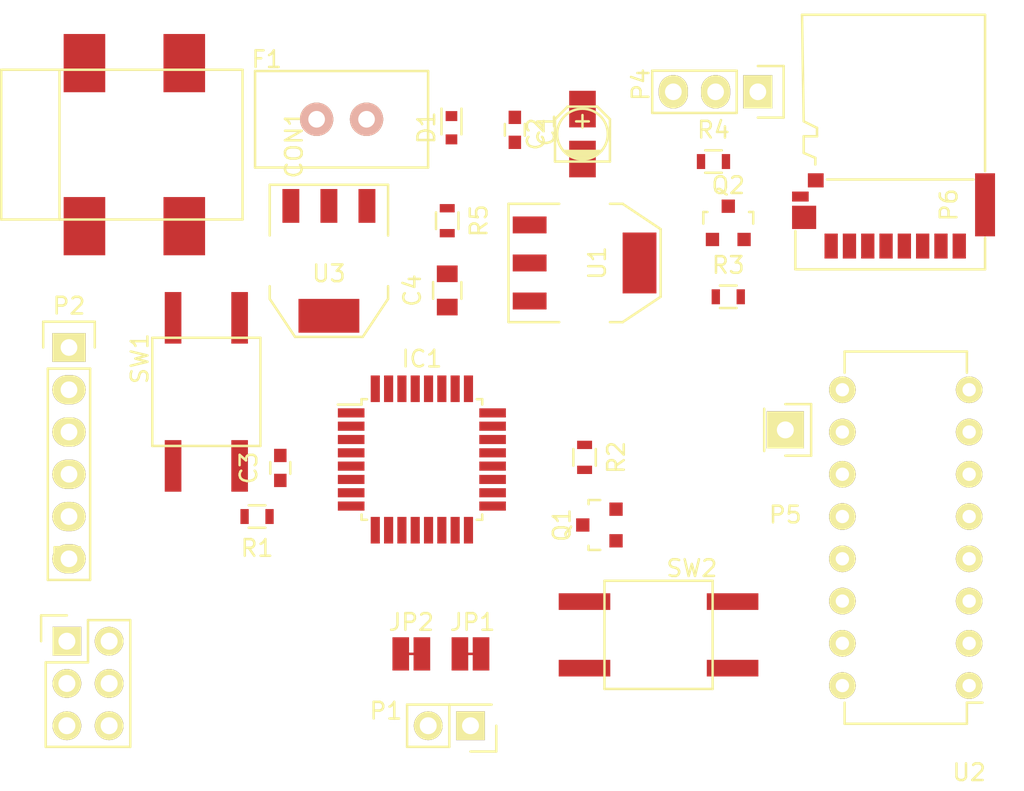
<source format=kicad_pcb>
(kicad_pcb (version 4) (host pcbnew 4.0.2-4+6225~38~ubuntu14.04.1-stable)

  (general
    (links 80)
    (no_connects 80)
    (area 106.449 71.438 195.184001 134.698001)
    (thickness 1.6)
    (drawings 0)
    (tracks 0)
    (zones 0)
    (modules 28)
    (nets 47)
  )

  (page A4)
  (layers
    (0 F.Cu signal)
    (31 B.Cu signal)
    (32 B.Adhes user)
    (33 F.Adhes user)
    (34 B.Paste user)
    (35 F.Paste user)
    (36 B.SilkS user)
    (37 F.SilkS user)
    (38 B.Mask user)
    (39 F.Mask user)
    (40 Dwgs.User user)
    (41 Cmts.User user)
    (42 Eco1.User user)
    (43 Eco2.User user)
    (44 Edge.Cuts user)
    (45 Margin user)
    (46 B.CrtYd user)
    (47 F.CrtYd user)
    (48 B.Fab user)
    (49 F.Fab user)
  )

  (setup
    (last_trace_width 0.25)
    (trace_clearance 0.2)
    (zone_clearance 0.508)
    (zone_45_only no)
    (trace_min 0.2)
    (segment_width 0.2)
    (edge_width 0.15)
    (via_size 0.6)
    (via_drill 0.4)
    (via_min_size 0.4)
    (via_min_drill 0.3)
    (uvia_size 0.3)
    (uvia_drill 0.1)
    (uvias_allowed no)
    (uvia_min_size 0.2)
    (uvia_min_drill 0.1)
    (pcb_text_width 0.3)
    (pcb_text_size 1.5 1.5)
    (mod_edge_width 0.15)
    (mod_text_size 1 1)
    (mod_text_width 0.15)
    (pad_size 1.524 1.524)
    (pad_drill 0.762)
    (pad_to_mask_clearance 0.2)
    (aux_axis_origin 0 0)
    (visible_elements FFFFFF7F)
    (pcbplotparams
      (layerselection 0x00030_80000001)
      (usegerberextensions false)
      (excludeedgelayer true)
      (linewidth 0.100000)
      (plotframeref false)
      (viasonmask false)
      (mode 1)
      (useauxorigin false)
      (hpglpennumber 1)
      (hpglpenspeed 20)
      (hpglpendiameter 15)
      (hpglpenoverlay 2)
      (psnegative false)
      (psa4output false)
      (plotreference true)
      (plotvalue true)
      (plotinvisibletext false)
      (padsonsilk false)
      (subtractmaskfromsilk false)
      (outputformat 1)
      (mirror false)
      (drillshape 1)
      (scaleselection 1)
      (outputdirectory ""))
  )

  (net 0 "")
  (net 1 +5V)
  (net 2 GND)
  (net 3 "Net-(C3-Pad1)")
  (net 4 RST)
  (net 5 +3V3)
  (net 6 "Net-(CON1-Pad1)")
  (net 7 "Net-(D1-Pad2)")
  (net 8 INT1)
  (net 9 SD_SS)
  (net 10 "Net-(IC1-Pad9)")
  (net 11 LED_DATA)
  (net 12 "Net-(IC1-Pad11)")
  (net 13 "Net-(IC1-Pad12)")
  (net 14 "Net-(IC1-Pad13)")
  (net 15 RADIO_SS)
  (net 16 MOSI)
  (net 17 MISO)
  (net 18 SCK)
  (net 19 "Net-(IC1-Pad19)")
  (net 20 "Net-(IC1-Pad20)")
  (net 21 "Net-(IC1-Pad22)")
  (net 22 PIEZO)
  (net 23 "Net-(IC1-Pad24)")
  (net 24 "Net-(IC1-Pad25)")
  (net 25 "Net-(IC1-Pad26)")
  (net 26 "Net-(IC1-Pad27)")
  (net 27 "Net-(IC1-Pad28)")
  (net 28 RX)
  (net 29 TX)
  (net 30 INT0)
  (net 31 "Net-(JP1-Pad1)")
  (net 32 "Net-(JP1-Pad2)")
  (net 33 "Net-(P2-Pad2)")
  (net 34 D_OUT)
  (net 35 "Net-(P5-Pad1)")
  (net 36 "Net-(P6-Pad8)")
  (net 37 "Net-(P6-Pad1)")
  (net 38 "Net-(U2-Pad1)")
  (net 39 "Net-(U2-Pad3)")
  (net 40 "Net-(U2-Pad4)")
  (net 41 "Net-(U2-Pad5)")
  (net 42 "Net-(U2-Pad6)")
  (net 43 "Net-(U2-Pad7)")
  (net 44 "Net-(U2-Pad16)")
  (net 45 "Net-(IC1-Pad7)")
  (net 46 "Net-(IC1-Pad8)")

  (net_class Default "This is the default net class."
    (clearance 0.2)
    (trace_width 0.25)
    (via_dia 0.6)
    (via_drill 0.4)
    (uvia_dia 0.3)
    (uvia_drill 0.1)
    (add_net +3V3)
    (add_net +5V)
    (add_net D_OUT)
    (add_net GND)
    (add_net INT0)
    (add_net INT1)
    (add_net LED_DATA)
    (add_net MISO)
    (add_net MOSI)
    (add_net "Net-(C3-Pad1)")
    (add_net "Net-(CON1-Pad1)")
    (add_net "Net-(D1-Pad2)")
    (add_net "Net-(IC1-Pad11)")
    (add_net "Net-(IC1-Pad12)")
    (add_net "Net-(IC1-Pad13)")
    (add_net "Net-(IC1-Pad19)")
    (add_net "Net-(IC1-Pad20)")
    (add_net "Net-(IC1-Pad22)")
    (add_net "Net-(IC1-Pad24)")
    (add_net "Net-(IC1-Pad25)")
    (add_net "Net-(IC1-Pad26)")
    (add_net "Net-(IC1-Pad27)")
    (add_net "Net-(IC1-Pad28)")
    (add_net "Net-(IC1-Pad7)")
    (add_net "Net-(IC1-Pad8)")
    (add_net "Net-(IC1-Pad9)")
    (add_net "Net-(JP1-Pad1)")
    (add_net "Net-(JP1-Pad2)")
    (add_net "Net-(P2-Pad2)")
    (add_net "Net-(P5-Pad1)")
    (add_net "Net-(P6-Pad1)")
    (add_net "Net-(P6-Pad8)")
    (add_net "Net-(U2-Pad1)")
    (add_net "Net-(U2-Pad16)")
    (add_net "Net-(U2-Pad3)")
    (add_net "Net-(U2-Pad4)")
    (add_net "Net-(U2-Pad5)")
    (add_net "Net-(U2-Pad6)")
    (add_net "Net-(U2-Pad7)")
    (add_net PIEZO)
    (add_net RADIO_SS)
    (add_net RST)
    (add_net RX)
    (add_net SCK)
    (add_net SD_SS)
    (add_net TX)
  )

  (module Capacitors_SMD:C_0603 (layer F.Cu) (tedit 5415D631) (tstamp 56F7F12C)
    (at 137.287 83.82 270)
    (descr "Capacitor SMD 0603, reflow soldering, AVX (see smccp.pdf)")
    (tags "capacitor 0603")
    (path /56D75C51)
    (attr smd)
    (fp_text reference C1 (at 0 -1.9 270) (layer F.SilkS)
      (effects (font (size 1 1) (thickness 0.15)))
    )
    (fp_text value "0.1µF (104)" (at 0 1.9 270) (layer F.Fab)
      (effects (font (size 1 1) (thickness 0.15)))
    )
    (fp_line (start -1.45 -0.75) (end 1.45 -0.75) (layer F.CrtYd) (width 0.05))
    (fp_line (start -1.45 0.75) (end 1.45 0.75) (layer F.CrtYd) (width 0.05))
    (fp_line (start -1.45 -0.75) (end -1.45 0.75) (layer F.CrtYd) (width 0.05))
    (fp_line (start 1.45 -0.75) (end 1.45 0.75) (layer F.CrtYd) (width 0.05))
    (fp_line (start -0.35 -0.6) (end 0.35 -0.6) (layer F.SilkS) (width 0.15))
    (fp_line (start 0.35 0.6) (end -0.35 0.6) (layer F.SilkS) (width 0.15))
    (pad 1 smd rect (at -0.75 0 270) (size 0.8 0.75) (layers F.Cu F.Paste F.Mask)
      (net 1 +5V))
    (pad 2 smd rect (at 0.75 0 270) (size 0.8 0.75) (layers F.Cu F.Paste F.Mask)
      (net 2 GND))
    (model Capacitors_SMD.3dshapes/C_0603.wrl
      (at (xyz 0 0 0))
      (scale (xyz 1 1 1))
      (rotate (xyz 0 0 0))
    )
  )

  (module Capacitors_SMD:c_elec_3x5.3 (layer F.Cu) (tedit 556FDD5F) (tstamp 56F7F132)
    (at 141.351 84.074 90)
    (descr "SMT capacitor, aluminium electrolytic, 3x5.3")
    (path /56D75BE9)
    (attr smd)
    (fp_text reference C2 (at 0 -2.794 90) (layer F.SilkS)
      (effects (font (size 1 1) (thickness 0.15)))
    )
    (fp_text value 10µF (at 0 2.794 90) (layer F.Fab)
      (effects (font (size 1 1) (thickness 0.15)))
    )
    (fp_line (start -2.8 2.05) (end 2.8 2.05) (layer F.CrtYd) (width 0.05))
    (fp_line (start 2.8 2.05) (end 2.8 -2.05) (layer F.CrtYd) (width 0.05))
    (fp_line (start 2.8 -2.05) (end -2.8 -2.05) (layer F.CrtYd) (width 0.05))
    (fp_line (start -2.8 -2.05) (end -2.8 2.05) (layer F.CrtYd) (width 0.05))
    (fp_line (start -1.651 -1.651) (end -1.651 1.651) (layer F.SilkS) (width 0.15))
    (fp_line (start -1.651 1.651) (end 0.889 1.651) (layer F.SilkS) (width 0.15))
    (fp_line (start 0.889 1.651) (end 1.651 0.889) (layer F.SilkS) (width 0.15))
    (fp_line (start 1.651 0.889) (end 1.651 -0.889) (layer F.SilkS) (width 0.15))
    (fp_line (start 1.651 -0.889) (end 0.889 -1.651) (layer F.SilkS) (width 0.15))
    (fp_line (start 0.889 -1.651) (end -1.651 -1.651) (layer F.SilkS) (width 0.15))
    (fp_line (start -1.397 -0.508) (end -1.397 0.508) (layer F.SilkS) (width 0.15))
    (fp_line (start -1.27 -0.762) (end -1.27 0.762) (layer F.SilkS) (width 0.15))
    (fp_line (start -1.143 -1.016) (end -1.143 1.016) (layer F.SilkS) (width 0.15))
    (fp_line (start -1.016 -1.143) (end -1.016 1.143) (layer F.SilkS) (width 0.15))
    (fp_line (start 1.143 0) (end 0.381 0) (layer F.SilkS) (width 0.15))
    (fp_line (start 0.762 -0.381) (end 0.762 0.381) (layer F.SilkS) (width 0.15))
    (fp_circle (center 0 0) (end 1.524 0) (layer F.SilkS) (width 0.15))
    (pad 1 smd rect (at 1.50114 0 90) (size 2.19964 1.6002) (layers F.Cu F.Paste F.Mask)
      (net 1 +5V))
    (pad 2 smd rect (at -1.50114 0 90) (size 2.19964 1.6002) (layers F.Cu F.Paste F.Mask)
      (net 2 GND))
    (model Capacitors_SMD.3dshapes/c_elec_3x5.3.wrl
      (at (xyz 0 0 0))
      (scale (xyz 1 1 1))
      (rotate (xyz 0 0 0))
    )
  )

  (module Capacitors_SMD:C_0603 (layer F.Cu) (tedit 5415D631) (tstamp 56F7F138)
    (at 123.19 104.14 90)
    (descr "Capacitor SMD 0603, reflow soldering, AVX (see smccp.pdf)")
    (tags "capacitor 0603")
    (path /56D7602A)
    (attr smd)
    (fp_text reference C3 (at 0 -1.9 90) (layer F.SilkS)
      (effects (font (size 1 1) (thickness 0.15)))
    )
    (fp_text value 0.1µF (at 0 1.9 90) (layer F.Fab)
      (effects (font (size 1 1) (thickness 0.15)))
    )
    (fp_line (start -1.45 -0.75) (end 1.45 -0.75) (layer F.CrtYd) (width 0.05))
    (fp_line (start -1.45 0.75) (end 1.45 0.75) (layer F.CrtYd) (width 0.05))
    (fp_line (start -1.45 -0.75) (end -1.45 0.75) (layer F.CrtYd) (width 0.05))
    (fp_line (start 1.45 -0.75) (end 1.45 0.75) (layer F.CrtYd) (width 0.05))
    (fp_line (start -0.35 -0.6) (end 0.35 -0.6) (layer F.SilkS) (width 0.15))
    (fp_line (start 0.35 0.6) (end -0.35 0.6) (layer F.SilkS) (width 0.15))
    (pad 1 smd rect (at -0.75 0 90) (size 0.8 0.75) (layers F.Cu F.Paste F.Mask)
      (net 3 "Net-(C3-Pad1)"))
    (pad 2 smd rect (at 0.75 0 90) (size 0.8 0.75) (layers F.Cu F.Paste F.Mask)
      (net 4 RST))
    (model Capacitors_SMD.3dshapes/C_0603.wrl
      (at (xyz 0 0 0))
      (scale (xyz 1 1 1))
      (rotate (xyz 0 0 0))
    )
  )

  (module Capacitors_SMD:C_0805 (layer F.Cu) (tedit 5415D6EA) (tstamp 56F7F13E)
    (at 133.223 93.472 90)
    (descr "Capacitor SMD 0805, reflow soldering, AVX (see smccp.pdf)")
    (tags "capacitor 0805")
    (path /56D7D57D)
    (attr smd)
    (fp_text reference C4 (at 0 -2.1 90) (layer F.SilkS)
      (effects (font (size 1 1) (thickness 0.15)))
    )
    (fp_text value 1µF (at 0 2.1 90) (layer F.Fab)
      (effects (font (size 1 1) (thickness 0.15)))
    )
    (fp_line (start -1.8 -1) (end 1.8 -1) (layer F.CrtYd) (width 0.05))
    (fp_line (start -1.8 1) (end 1.8 1) (layer F.CrtYd) (width 0.05))
    (fp_line (start -1.8 -1) (end -1.8 1) (layer F.CrtYd) (width 0.05))
    (fp_line (start 1.8 -1) (end 1.8 1) (layer F.CrtYd) (width 0.05))
    (fp_line (start 0.5 -0.85) (end -0.5 -0.85) (layer F.SilkS) (width 0.15))
    (fp_line (start -0.5 0.85) (end 0.5 0.85) (layer F.SilkS) (width 0.15))
    (pad 1 smd rect (at -1 0 90) (size 1 1.25) (layers F.Cu F.Paste F.Mask)
      (net 5 +3V3))
    (pad 2 smd rect (at 1 0 90) (size 1 1.25) (layers F.Cu F.Paste F.Mask)
      (net 2 GND))
    (model Capacitors_SMD.3dshapes/C_0805.wrl
      (at (xyz 0 0 0))
      (scale (xyz 1 1 1))
      (rotate (xyz 0 0 0))
    )
  )

  (module Diodes_SMD:SOD-523 (layer F.Cu) (tedit 0) (tstamp 56F7F14B)
    (at 133.477 83.693 90)
    (descr "http://www.diodes.com/datasheets/ap02001.pdf p.144")
    (tags "Diode SOD523")
    (path /56E5E24D)
    (attr smd)
    (fp_text reference D1 (at 0 -1.5 90) (layer F.SilkS)
      (effects (font (size 1 1) (thickness 0.15)))
    )
    (fp_text value BZX585-B5V6,115 (at 0 1.7 90) (layer F.Fab)
      (effects (font (size 1 1) (thickness 0.15)))
    )
    (fp_line (start -0.4 0.6) (end 1.15 0.6) (layer F.SilkS) (width 0.15))
    (fp_line (start -0.4 -0.6) (end 1.15 -0.6) (layer F.SilkS) (width 0.15))
    (pad 2 smd rect (at -0.7 0 90) (size 0.6 0.7) (layers F.Cu F.Paste F.Mask)
      (net 7 "Net-(D1-Pad2)"))
    (pad 1 smd rect (at 0.7 0 90) (size 0.6 0.7) (layers F.Cu F.Paste F.Mask)
      (net 1 +5V))
  )

  (module Housings_QFP:TQFP-32_7x7mm_Pitch0.8mm (layer F.Cu) (tedit 54130A77) (tstamp 56F7F175)
    (at 131.699 103.632)
    (descr "32-Lead Plastic Thin Quad Flatpack (PT) - 7x7x1.0 mm Body, 2.00 mm [TQFP] (see Microchip Packaging Specification 00000049BS.pdf)")
    (tags "QFP 0.8")
    (path /56D75A44)
    (attr smd)
    (fp_text reference IC1 (at 0 -6.05) (layer F.SilkS)
      (effects (font (size 1 1) (thickness 0.15)))
    )
    (fp_text value ATMEGA328P-AUR (at 0 6.05) (layer F.Fab)
      (effects (font (size 1 1) (thickness 0.15)))
    )
    (fp_line (start -5.3 -5.3) (end -5.3 5.3) (layer F.CrtYd) (width 0.05))
    (fp_line (start 5.3 -5.3) (end 5.3 5.3) (layer F.CrtYd) (width 0.05))
    (fp_line (start -5.3 -5.3) (end 5.3 -5.3) (layer F.CrtYd) (width 0.05))
    (fp_line (start -5.3 5.3) (end 5.3 5.3) (layer F.CrtYd) (width 0.05))
    (fp_line (start -3.625 -3.625) (end -3.625 -3.3) (layer F.SilkS) (width 0.15))
    (fp_line (start 3.625 -3.625) (end 3.625 -3.3) (layer F.SilkS) (width 0.15))
    (fp_line (start 3.625 3.625) (end 3.625 3.3) (layer F.SilkS) (width 0.15))
    (fp_line (start -3.625 3.625) (end -3.625 3.3) (layer F.SilkS) (width 0.15))
    (fp_line (start -3.625 -3.625) (end -3.3 -3.625) (layer F.SilkS) (width 0.15))
    (fp_line (start -3.625 3.625) (end -3.3 3.625) (layer F.SilkS) (width 0.15))
    (fp_line (start 3.625 3.625) (end 3.3 3.625) (layer F.SilkS) (width 0.15))
    (fp_line (start 3.625 -3.625) (end 3.3 -3.625) (layer F.SilkS) (width 0.15))
    (fp_line (start -3.625 -3.3) (end -5.05 -3.3) (layer F.SilkS) (width 0.15))
    (pad 1 smd rect (at -4.25 -2.8) (size 1.6 0.55) (layers F.Cu F.Paste F.Mask)
      (net 8 INT1))
    (pad 2 smd rect (at -4.25 -2) (size 1.6 0.55) (layers F.Cu F.Paste F.Mask)
      (net 9 SD_SS))
    (pad 3 smd rect (at -4.25 -1.2) (size 1.6 0.55) (layers F.Cu F.Paste F.Mask)
      (net 2 GND))
    (pad 4 smd rect (at -4.25 -0.4) (size 1.6 0.55) (layers F.Cu F.Paste F.Mask)
      (net 5 +3V3))
    (pad 5 smd rect (at -4.25 0.4) (size 1.6 0.55) (layers F.Cu F.Paste F.Mask)
      (net 2 GND))
    (pad 6 smd rect (at -4.25 1.2) (size 1.6 0.55) (layers F.Cu F.Paste F.Mask)
      (net 5 +3V3))
    (pad 7 smd rect (at -4.25 2) (size 1.6 0.55) (layers F.Cu F.Paste F.Mask)
      (net 45 "Net-(IC1-Pad7)"))
    (pad 8 smd rect (at -4.25 2.8) (size 1.6 0.55) (layers F.Cu F.Paste F.Mask)
      (net 46 "Net-(IC1-Pad8)"))
    (pad 9 smd rect (at -2.8 4.25 90) (size 1.6 0.55) (layers F.Cu F.Paste F.Mask)
      (net 10 "Net-(IC1-Pad9)"))
    (pad 10 smd rect (at -2 4.25 90) (size 1.6 0.55) (layers F.Cu F.Paste F.Mask)
      (net 11 LED_DATA))
    (pad 11 smd rect (at -1.2 4.25 90) (size 1.6 0.55) (layers F.Cu F.Paste F.Mask)
      (net 12 "Net-(IC1-Pad11)"))
    (pad 12 smd rect (at -0.4 4.25 90) (size 1.6 0.55) (layers F.Cu F.Paste F.Mask)
      (net 13 "Net-(IC1-Pad12)"))
    (pad 13 smd rect (at 0.4 4.25 90) (size 1.6 0.55) (layers F.Cu F.Paste F.Mask)
      (net 14 "Net-(IC1-Pad13)"))
    (pad 14 smd rect (at 1.2 4.25 90) (size 1.6 0.55) (layers F.Cu F.Paste F.Mask)
      (net 15 RADIO_SS))
    (pad 15 smd rect (at 2 4.25 90) (size 1.6 0.55) (layers F.Cu F.Paste F.Mask)
      (net 16 MOSI))
    (pad 16 smd rect (at 2.8 4.25 90) (size 1.6 0.55) (layers F.Cu F.Paste F.Mask)
      (net 17 MISO))
    (pad 17 smd rect (at 4.25 2.8) (size 1.6 0.55) (layers F.Cu F.Paste F.Mask)
      (net 18 SCK))
    (pad 18 smd rect (at 4.25 2) (size 1.6 0.55) (layers F.Cu F.Paste F.Mask)
      (net 5 +3V3))
    (pad 19 smd rect (at 4.25 1.2) (size 1.6 0.55) (layers F.Cu F.Paste F.Mask)
      (net 19 "Net-(IC1-Pad19)"))
    (pad 20 smd rect (at 4.25 0.4) (size 1.6 0.55) (layers F.Cu F.Paste F.Mask)
      (net 20 "Net-(IC1-Pad20)"))
    (pad 21 smd rect (at 4.25 -0.4) (size 1.6 0.55) (layers F.Cu F.Paste F.Mask)
      (net 2 GND))
    (pad 22 smd rect (at 4.25 -1.2) (size 1.6 0.55) (layers F.Cu F.Paste F.Mask)
      (net 21 "Net-(IC1-Pad22)"))
    (pad 23 smd rect (at 4.25 -2) (size 1.6 0.55) (layers F.Cu F.Paste F.Mask)
      (net 22 PIEZO))
    (pad 24 smd rect (at 4.25 -2.8) (size 1.6 0.55) (layers F.Cu F.Paste F.Mask)
      (net 23 "Net-(IC1-Pad24)"))
    (pad 25 smd rect (at 2.8 -4.25 90) (size 1.6 0.55) (layers F.Cu F.Paste F.Mask)
      (net 24 "Net-(IC1-Pad25)"))
    (pad 26 smd rect (at 2 -4.25 90) (size 1.6 0.55) (layers F.Cu F.Paste F.Mask)
      (net 25 "Net-(IC1-Pad26)"))
    (pad 27 smd rect (at 1.2 -4.25 90) (size 1.6 0.55) (layers F.Cu F.Paste F.Mask)
      (net 26 "Net-(IC1-Pad27)"))
    (pad 28 smd rect (at 0.4 -4.25 90) (size 1.6 0.55) (layers F.Cu F.Paste F.Mask)
      (net 27 "Net-(IC1-Pad28)"))
    (pad 29 smd rect (at -0.4 -4.25 90) (size 1.6 0.55) (layers F.Cu F.Paste F.Mask)
      (net 3 "Net-(C3-Pad1)"))
    (pad 30 smd rect (at -1.2 -4.25 90) (size 1.6 0.55) (layers F.Cu F.Paste F.Mask)
      (net 28 RX))
    (pad 31 smd rect (at -2 -4.25 90) (size 1.6 0.55) (layers F.Cu F.Paste F.Mask)
      (net 29 TX))
    (pad 32 smd rect (at -2.8 -4.25 90) (size 1.6 0.55) (layers F.Cu F.Paste F.Mask)
      (net 30 INT0))
    (model Housings_QFP.3dshapes/TQFP-32_7x7mm_Pitch0.8mm.wrl
      (at (xyz 0 0 0))
      (scale (xyz 1 1 1))
      (rotate (xyz 0 0 0))
    )
  )

  (module local:NC_SMD_JPR (layer F.Cu) (tedit 56F7F809) (tstamp 56F7F17B)
    (at 133.985 115.316 90)
    (descr "Through hole pin header")
    (tags "pin header")
    (path /56E624FA)
    (fp_text reference JP1 (at 1.905 0.762 360) (layer F.SilkS)
      (effects (font (size 1 1) (thickness 0.15)))
    )
    (fp_text value Jumper_NC_Small (at 0 -3.1 90) (layer F.Fab)
      (effects (font (size 1 1) (thickness 0.15)))
    )
    (fp_line (start 0 0) (end 0 1.27) (layer F.Cu) (width 0.15))
    (fp_line (start -1.75 -1.75) (end -1.75 4.3) (layer F.CrtYd) (width 0.05))
    (fp_line (start 1.75 -1.75) (end 1.75 4.3) (layer F.CrtYd) (width 0.05))
    (fp_line (start -1.75 -1.75) (end 1.75 -1.75) (layer F.CrtYd) (width 0.05))
    (fp_line (start -1.75 4.3) (end 1.75 4.3) (layer F.CrtYd) (width 0.05))
    (pad 1 smd rect (at 0 0 90) (size 2 1) (layers F.Cu F.Paste F.Mask)
      (net 31 "Net-(JP1-Pad1)"))
    (pad 2 smd rect (at 0 1.27 90) (size 2 1) (layers F.Cu F.Paste F.Mask)
      (net 32 "Net-(JP1-Pad2)"))
    (model Pin_Headers.3dshapes/Pin_Header_Straight_1x02.wrl
      (at (xyz 0 -0.05 0))
      (scale (xyz 1 1 1))
      (rotate (xyz 0 0 90))
    )
  )

  (module local:NC_SMD_JPR (layer F.Cu) (tedit 56F7F819) (tstamp 56F7F181)
    (at 130.429 115.316 90)
    (descr "Through hole pin header")
    (tags "pin header")
    (path /56E68852)
    (fp_text reference JP2 (at 1.905 0.635 180) (layer F.SilkS)
      (effects (font (size 1 1) (thickness 0.15)))
    )
    (fp_text value Jumper_NC_Small (at 0 -3.1 90) (layer F.Fab)
      (effects (font (size 1 1) (thickness 0.15)))
    )
    (fp_line (start 0 0) (end 0 1.27) (layer F.Cu) (width 0.15))
    (fp_line (start -1.75 -1.75) (end -1.75 4.3) (layer F.CrtYd) (width 0.05))
    (fp_line (start 1.75 -1.75) (end 1.75 4.3) (layer F.CrtYd) (width 0.05))
    (fp_line (start -1.75 -1.75) (end 1.75 -1.75) (layer F.CrtYd) (width 0.05))
    (fp_line (start -1.75 4.3) (end 1.75 4.3) (layer F.CrtYd) (width 0.05))
    (pad 1 smd rect (at 0 0 90) (size 2 1) (layers F.Cu F.Paste F.Mask)
      (net 22 PIEZO))
    (pad 2 smd rect (at 0 1.27 90) (size 2 1) (layers F.Cu F.Paste F.Mask)
      (net 31 "Net-(JP1-Pad1)"))
    (model Pin_Headers.3dshapes/Pin_Header_Straight_1x02.wrl
      (at (xyz 0 -0.05 0))
      (scale (xyz 1 1 1))
      (rotate (xyz 0 0 90))
    )
  )

  (module Pin_Headers:Pin_Header_Straight_2x01 (layer F.Cu) (tedit 56F7F839) (tstamp 56F7F187)
    (at 134.62 119.634 180)
    (descr "Through hole pin header")
    (tags "pin header")
    (path /56D75D32)
    (fp_text reference P1 (at 5.08 0.889 180) (layer F.SilkS)
      (effects (font (size 1 1) (thickness 0.15)))
    )
    (fp_text value PIEZO_IN (at 0 -3.1 180) (layer F.Fab)
      (effects (font (size 1 1) (thickness 0.15)))
    )
    (fp_line (start -1.75 -1.75) (end -1.75 1.75) (layer F.CrtYd) (width 0.05))
    (fp_line (start 4.3 -1.75) (end 4.3 1.75) (layer F.CrtYd) (width 0.05))
    (fp_line (start -1.75 -1.75) (end 4.3 -1.75) (layer F.CrtYd) (width 0.05))
    (fp_line (start -1.75 1.75) (end 4.3 1.75) (layer F.CrtYd) (width 0.05))
    (fp_line (start -1.55 0) (end -1.55 -1.55) (layer F.SilkS) (width 0.15))
    (fp_line (start 0 -1.55) (end -1.55 -1.55) (layer F.SilkS) (width 0.15))
    (fp_line (start -1.27 1.27) (end 1.27 1.27) (layer F.SilkS) (width 0.15))
    (fp_line (start 3.81 -1.27) (end 1.27 -1.27) (layer F.SilkS) (width 0.15))
    (fp_line (start 1.27 -1.27) (end 1.27 1.27) (layer F.SilkS) (width 0.15))
    (fp_line (start 1.27 1.27) (end 3.81 1.27) (layer F.SilkS) (width 0.15))
    (fp_line (start 3.81 1.27) (end 3.81 -1.27) (layer F.SilkS) (width 0.15))
    (pad 1 thru_hole rect (at 0 0 180) (size 1.7272 1.7272) (drill 1.016) (layers *.Cu *.Mask F.SilkS)
      (net 2 GND))
    (pad 2 thru_hole oval (at 2.54 0 180) (size 1.7272 1.7272) (drill 1.016) (layers *.Cu *.Mask F.SilkS)
      (net 31 "Net-(JP1-Pad1)"))
    (model Pin_Headers.3dshapes/Pin_Header_Straight_2x01.wrl
      (at (xyz 0.05 0 0))
      (scale (xyz 1 1 1))
      (rotate (xyz 0 0 90))
    )
  )

  (module local:Pin_Header_Straight_1x06 (layer F.Cu) (tedit 56128656) (tstamp 56F7F191)
    (at 110.49 96.901)
    (descr "Through hole pin header")
    (tags "pin header")
    (path /56D7A9D9)
    (fp_text reference P2 (at 0 -2.5) (layer F.SilkS)
      (effects (font (size 1 1) (thickness 0.15)))
    )
    (fp_text value FTDI (at 0 -3.1) (layer F.Fab)
      (effects (font (size 1 1) (thickness 0.15)))
    )
    (fp_line (start -1.75 -1.75) (end -1.75 14.45) (layer F.CrtYd) (width 0.05))
    (fp_line (start 1.75 -1.75) (end 1.75 14.45) (layer F.CrtYd) (width 0.05))
    (fp_line (start -1.75 -1.75) (end 1.75 -1.75) (layer F.CrtYd) (width 0.05))
    (fp_line (start -1.75 14.45) (end 1.75 14.45) (layer F.CrtYd) (width 0.05))
    (fp_line (start 1.27 1.27) (end 1.27 13.97) (layer F.SilkS) (width 0.15))
    (fp_line (start 1.27 13.97) (end -1.27 13.97) (layer F.SilkS) (width 0.15))
    (fp_line (start -1.27 13.97) (end -1.27 1.27) (layer F.SilkS) (width 0.15))
    (fp_line (start 1.55 -1.55) (end 1.55 0) (layer F.SilkS) (width 0.15))
    (fp_line (start 1.27 1.27) (end -1.27 1.27) (layer F.SilkS) (width 0.15))
    (fp_line (start -1.55 0) (end -1.55 -1.55) (layer F.SilkS) (width 0.15))
    (fp_line (start -1.55 -1.55) (end 1.55 -1.55) (layer F.SilkS) (width 0.15))
    (pad 1 thru_hole rect (at 0 0) (size 2 1.7272) (drill 1) (layers *.Cu *.Mask F.SilkS)
      (net 2 GND))
    (pad 2 thru_hole oval (at 0 2.54) (size 2 1.75) (drill 1) (layers *.Cu *.Mask F.SilkS)
      (net 33 "Net-(P2-Pad2)"))
    (pad 3 thru_hole oval (at 0 5.08) (size 2 1.75) (drill 1) (layers *.Cu *.Mask F.SilkS)
      (net 1 +5V))
    (pad 4 thru_hole oval (at 0 7.62) (size 2 1.75) (drill 1) (layers *.Cu *.Mask F.SilkS)
      (net 29 TX))
    (pad 5 thru_hole oval (at 0 10.16) (size 2 1.75) (drill 1) (layers *.Cu *.Mask F.SilkS)
      (net 28 RX))
    (pad 6 thru_hole oval (at 0 12.7) (size 2 1.75) (drill 1) (layers *.Cu *.Mask F.SilkS)
      (net 4 RST))
    (model Pin_Headers.3dshapes/Pin_Header_Straight_1x06.wrl
      (at (xyz 0 -0.25 0))
      (scale (xyz 1 1 1))
      (rotate (xyz 0 0 90))
    )
  )

  (module Pin_Headers:Pin_Header_Straight_2x03 (layer F.Cu) (tedit 54EA0A4B) (tstamp 56F7F19B)
    (at 110.363 114.554)
    (descr "Through hole pin header")
    (tags "pin header")
    (path /56D7E6EB)
    (fp_text reference P3 (at 0 -5.1) (layer F.SilkS)
      (effects (font (size 1 1) (thickness 0.15)))
    )
    (fp_text value ICSP (at 0 -3.1) (layer F.Fab)
      (effects (font (size 1 1) (thickness 0.15)))
    )
    (fp_line (start -1.27 1.27) (end -1.27 6.35) (layer F.SilkS) (width 0.15))
    (fp_line (start -1.55 -1.55) (end 0 -1.55) (layer F.SilkS) (width 0.15))
    (fp_line (start -1.75 -1.75) (end -1.75 6.85) (layer F.CrtYd) (width 0.05))
    (fp_line (start 4.3 -1.75) (end 4.3 6.85) (layer F.CrtYd) (width 0.05))
    (fp_line (start -1.75 -1.75) (end 4.3 -1.75) (layer F.CrtYd) (width 0.05))
    (fp_line (start -1.75 6.85) (end 4.3 6.85) (layer F.CrtYd) (width 0.05))
    (fp_line (start 1.27 -1.27) (end 1.27 1.27) (layer F.SilkS) (width 0.15))
    (fp_line (start 1.27 1.27) (end -1.27 1.27) (layer F.SilkS) (width 0.15))
    (fp_line (start -1.27 6.35) (end 3.81 6.35) (layer F.SilkS) (width 0.15))
    (fp_line (start 3.81 6.35) (end 3.81 1.27) (layer F.SilkS) (width 0.15))
    (fp_line (start -1.55 -1.55) (end -1.55 0) (layer F.SilkS) (width 0.15))
    (fp_line (start 3.81 -1.27) (end 1.27 -1.27) (layer F.SilkS) (width 0.15))
    (fp_line (start 3.81 1.27) (end 3.81 -1.27) (layer F.SilkS) (width 0.15))
    (pad 1 thru_hole rect (at 0 0) (size 1.7272 1.7272) (drill 1.016) (layers *.Cu *.Mask F.SilkS)
      (net 17 MISO))
    (pad 2 thru_hole oval (at 2.54 0) (size 1.7272 1.7272) (drill 1.016) (layers *.Cu *.Mask F.SilkS)
      (net 1 +5V))
    (pad 3 thru_hole oval (at 0 2.54) (size 1.7272 1.7272) (drill 1.016) (layers *.Cu *.Mask F.SilkS)
      (net 18 SCK))
    (pad 4 thru_hole oval (at 2.54 2.54) (size 1.7272 1.7272) (drill 1.016) (layers *.Cu *.Mask F.SilkS)
      (net 16 MOSI))
    (pad 5 thru_hole oval (at 0 5.08) (size 1.7272 1.7272) (drill 1.016) (layers *.Cu *.Mask F.SilkS)
      (net 4 RST))
    (pad 6 thru_hole oval (at 2.54 5.08) (size 1.7272 1.7272) (drill 1.016) (layers *.Cu *.Mask F.SilkS)
      (net 2 GND))
    (model Pin_Headers.3dshapes/Pin_Header_Straight_2x03.wrl
      (at (xyz 0.05 -0.1 0))
      (scale (xyz 1 1 1))
      (rotate (xyz 0 0 90))
    )
  )

  (module local:Pin_Header_Straight_1x03 (layer F.Cu) (tedit 56B36431) (tstamp 56F7F1A2)
    (at 151.892 81.534 270)
    (descr "Through hole pin header")
    (tags "pin header")
    (path /56D7DABD)
    (fp_text reference P4 (at -0.44 7.03 450) (layer F.SilkS)
      (effects (font (size 1 1) (thickness 0.15)))
    )
    (fp_text value LED_WS2812b (at -0.25 3.65 270) (layer F.Fab)
      (effects (font (size 1 1) (thickness 0.15)))
    )
    (fp_line (start -1.75 -1.75) (end -1.75 6.85) (layer F.CrtYd) (width 0.05))
    (fp_line (start 1.75 -1.75) (end 1.75 6.85) (layer F.CrtYd) (width 0.05))
    (fp_line (start -1.75 -1.75) (end 1.75 -1.75) (layer F.CrtYd) (width 0.05))
    (fp_line (start -1.75 6.85) (end 1.75 6.85) (layer F.CrtYd) (width 0.05))
    (fp_line (start -1.27 1.27) (end -1.27 6.35) (layer F.SilkS) (width 0.15))
    (fp_line (start -1.27 6.35) (end 1.27 6.35) (layer F.SilkS) (width 0.15))
    (fp_line (start 1.27 6.35) (end 1.27 1.27) (layer F.SilkS) (width 0.15))
    (fp_line (start 1.55 -1.55) (end 1.55 0) (layer F.SilkS) (width 0.15))
    (fp_line (start 1.27 1.27) (end -1.27 1.27) (layer F.SilkS) (width 0.15))
    (fp_line (start -1.55 0) (end -1.55 -1.55) (layer F.SilkS) (width 0.15))
    (fp_line (start -1.55 -1.55) (end 1.55 -1.55) (layer F.SilkS) (width 0.15))
    (pad 1 thru_hole rect (at 0 0 270) (size 2 1.75) (drill 1) (layers *.Cu *.Mask F.SilkS)
      (net 2 GND))
    (pad 2 thru_hole oval (at 0 2.54 270) (size 2 1.75) (drill 1) (layers *.Cu *.Mask F.SilkS)
      (net 34 D_OUT))
    (pad 3 thru_hole oval (at 0 5.08 270) (size 2 1.75) (drill 1) (layers *.Cu *.Mask F.SilkS)
      (net 1 +5V))
    (model Pin_Headers.3dshapes/Pin_Header_Straight_1x03.wrl
      (at (xyz 0 -0.1 0))
      (scale (xyz 1 1 1))
      (rotate (xyz 0 0 90))
    )
  )

  (module Socket_Strips:Socket_Strip_Straight_1x01 (layer F.Cu) (tedit 54E9F79C) (tstamp 56F7F1A7)
    (at 153.543 101.854 180)
    (descr "Through hole socket strip")
    (tags "socket strip")
    (path /56D7C766)
    (fp_text reference P5 (at 0 -5.1 180) (layer F.SilkS)
      (effects (font (size 1 1) (thickness 0.15)))
    )
    (fp_text value ANT (at 0 -3.1 180) (layer F.Fab)
      (effects (font (size 1 1) (thickness 0.15)))
    )
    (fp_line (start -1.75 -1.75) (end -1.75 1.75) (layer F.CrtYd) (width 0.05))
    (fp_line (start 1.75 -1.75) (end 1.75 1.75) (layer F.CrtYd) (width 0.05))
    (fp_line (start -1.75 -1.75) (end 1.75 -1.75) (layer F.CrtYd) (width 0.05))
    (fp_line (start -1.75 1.75) (end 1.75 1.75) (layer F.CrtYd) (width 0.05))
    (fp_line (start 1.27 1.27) (end 1.27 -1.27) (layer F.SilkS) (width 0.15))
    (fp_line (start -1.55 -1.55) (end 0 -1.55) (layer F.SilkS) (width 0.15))
    (fp_line (start -1.55 -1.55) (end -1.55 1.55) (layer F.SilkS) (width 0.15))
    (fp_line (start -1.55 1.55) (end 0 1.55) (layer F.SilkS) (width 0.15))
    (pad 1 thru_hole rect (at 0 0 180) (size 2.2352 2.2352) (drill 1.016) (layers *.Cu *.Mask F.SilkS)
      (net 35 "Net-(P5-Pad1)"))
    (model Socket_Strips.3dshapes/Socket_Strip_Straight_1x01.wrl
      (at (xyz 0 0 0))
      (scale (xyz 1 1 1))
      (rotate (xyz 0 0 180))
    )
  )

  (module local:MicroSD_Molex_47309 (layer F.Cu) (tedit 569F5879) (tstamp 56F7F1B7)
    (at 160.147 90.805 180)
    (descr "Gold-Tek horizontal wafer connector with 2.5mm pitch")
    (tags "wafer connector horizontal")
    (path /56E640E9)
    (fp_text reference P6 (at -3.225 2.475 270) (layer F.SilkS)
      (effects (font (size 1 1) (thickness 0.15)))
    )
    (fp_text value MicroSD (at 1.05 2.5 360) (layer F.Fab)
      (effects (font (size 1 1) (thickness 0.15)))
    )
    (fp_line (start -4.7 4) (end 4.1 4) (layer F.SilkS) (width 0.15))
    (fp_line (start -5.4 4.5) (end -5.4 13.9) (layer F.SilkS) (width 0.15))
    (fp_line (start -5.4 13.9) (end 5.6 13.9) (layer F.SilkS) (width 0.15))
    (fp_line (start 5.6 13.9) (end 5.5 7.5) (layer F.SilkS) (width 0.15))
    (fp_line (start 5.5 7.5) (end 4.7 7.1) (layer F.SilkS) (width 0.15))
    (fp_line (start 4.7 7.1) (end 4.7 6.6) (layer F.SilkS) (width 0.15))
    (fp_line (start 4.7 6.6) (end 5.5 6.6) (layer F.SilkS) (width 0.15))
    (fp_line (start 5.5 6.6) (end 5.5 5.6) (layer F.SilkS) (width 0.15))
    (fp_line (start 5.5 5.6) (end 4.8 5.3) (layer F.SilkS) (width 0.15))
    (fp_line (start 4.8 5.3) (end 4.8 4.9) (layer F.SilkS) (width 0.15))
    (fp_line (start -5.4 -1.4) (end -5.4 0.5) (layer F.SilkS) (width 0.15))
    (fp_line (start 6 -1.4) (end 6 0.9) (layer F.SilkS) (width 0.15))
    (fp_line (start -5.4 -1.4) (end 6 -1.4) (layer F.SilkS) (width 0.15))
    (pad 8 smd rect (at -3.85 0 180) (size 0.8 1.5) (layers F.Cu F.Paste F.Mask)
      (net 36 "Net-(P6-Pad8)"))
    (pad 7 smd rect (at -2.75 0 180) (size 0.8 1.5) (layers F.Cu F.Paste F.Mask)
      (net 17 MISO))
    (pad 6 smd rect (at -1.65 0 180) (size 0.8 1.5) (layers F.Cu F.Paste F.Mask)
      (net 2 GND))
    (pad 5 smd rect (at -0.55 0 180) (size 0.8 1.5) (layers F.Cu F.Paste F.Mask)
      (net 18 SCK))
    (pad 4 smd rect (at 0.55 0 180) (size 0.8 1.5) (layers F.Cu F.Paste F.Mask)
      (net 5 +3V3))
    (pad 3 smd rect (at 1.65 0 180) (size 0.8 1.5) (layers F.Cu F.Paste F.Mask)
      (net 16 MOSI))
    (pad 2 smd rect (at 2.75 0 180) (size 0.8 1.5) (layers F.Cu F.Paste F.Mask)
      (net 9 SD_SS))
    (pad 1 smd rect (at 3.85 0 180) (size 0.8 1.5) (layers F.Cu F.Paste F.Mask)
      (net 37 "Net-(P6-Pad1)"))
    (pad 6 smd rect (at -5.4 2.48 180) (size 1.2 3.79) (layers F.Cu F.Paste F.Mask)
      (net 2 GND))
    (pad 6 smd rect (at 5.475 1.725 180) (size 1.45 1.4) (layers F.Cu F.Paste F.Mask)
      (net 2 GND))
    (pad "" smd rect (at 5.7 2.975 180) (size 1 0.6) (layers F.Cu F.Paste F.Mask))
    (pad "" smd rect (at 4.775 3.95 180) (size 0.95 0.85) (layers F.Cu F.Paste F.Mask))
    (model Connect.3dshapes/Wafer_Horizontal22.5x5.8x7RM2.5-8.wrl
      (at (xyz 0 0 0))
      (scale (xyz 4 4 4))
      (rotate (xyz 0 0 0))
    )
  )

  (module TO_SOT_Packages_SMD:SOT-23 (layer F.Cu) (tedit 553634F8) (tstamp 56F7F1BE)
    (at 142.367 107.569 90)
    (descr "SOT-23, Standard")
    (tags SOT-23)
    (path /56D7A339)
    (attr smd)
    (fp_text reference Q1 (at 0 -2.25 90) (layer F.SilkS)
      (effects (font (size 1 1) (thickness 0.15)))
    )
    (fp_text value BSS138 (at 0 2.3 90) (layer F.Fab)
      (effects (font (size 1 1) (thickness 0.15)))
    )
    (fp_line (start -1.65 -1.6) (end 1.65 -1.6) (layer F.CrtYd) (width 0.05))
    (fp_line (start 1.65 -1.6) (end 1.65 1.6) (layer F.CrtYd) (width 0.05))
    (fp_line (start 1.65 1.6) (end -1.65 1.6) (layer F.CrtYd) (width 0.05))
    (fp_line (start -1.65 1.6) (end -1.65 -1.6) (layer F.CrtYd) (width 0.05))
    (fp_line (start 1.29916 -0.65024) (end 1.2509 -0.65024) (layer F.SilkS) (width 0.15))
    (fp_line (start -1.49982 0.0508) (end -1.49982 -0.65024) (layer F.SilkS) (width 0.15))
    (fp_line (start -1.49982 -0.65024) (end -1.2509 -0.65024) (layer F.SilkS) (width 0.15))
    (fp_line (start 1.29916 -0.65024) (end 1.49982 -0.65024) (layer F.SilkS) (width 0.15))
    (fp_line (start 1.49982 -0.65024) (end 1.49982 0.0508) (layer F.SilkS) (width 0.15))
    (pad 1 smd rect (at -0.95 1.00076 90) (size 0.8001 0.8001) (layers F.Cu F.Paste F.Mask)
      (net 32 "Net-(JP1-Pad2)"))
    (pad 2 smd rect (at 0.95 1.00076 90) (size 0.8001 0.8001) (layers F.Cu F.Paste F.Mask)
      (net 2 GND))
    (pad 3 smd rect (at 0 -0.99822 90) (size 0.8001 0.8001) (layers F.Cu F.Paste F.Mask)
      (net 8 INT1))
    (model TO_SOT_Packages_SMD.3dshapes/SOT-23.wrl
      (at (xyz 0 0 0))
      (scale (xyz 1 1 1))
      (rotate (xyz 0 0 0))
    )
  )

  (module TO_SOT_Packages_SMD:SOT-23 (layer F.Cu) (tedit 553634F8) (tstamp 56F7F1C5)
    (at 150.114 89.408)
    (descr "SOT-23, Standard")
    (tags SOT-23)
    (path /56D7DF48)
    (attr smd)
    (fp_text reference Q2 (at 0 -2.25) (layer F.SilkS)
      (effects (font (size 1 1) (thickness 0.15)))
    )
    (fp_text value BSS138 (at 0 2.3) (layer F.Fab)
      (effects (font (size 1 1) (thickness 0.15)))
    )
    (fp_line (start -1.65 -1.6) (end 1.65 -1.6) (layer F.CrtYd) (width 0.05))
    (fp_line (start 1.65 -1.6) (end 1.65 1.6) (layer F.CrtYd) (width 0.05))
    (fp_line (start 1.65 1.6) (end -1.65 1.6) (layer F.CrtYd) (width 0.05))
    (fp_line (start -1.65 1.6) (end -1.65 -1.6) (layer F.CrtYd) (width 0.05))
    (fp_line (start 1.29916 -0.65024) (end 1.2509 -0.65024) (layer F.SilkS) (width 0.15))
    (fp_line (start -1.49982 0.0508) (end -1.49982 -0.65024) (layer F.SilkS) (width 0.15))
    (fp_line (start -1.49982 -0.65024) (end -1.2509 -0.65024) (layer F.SilkS) (width 0.15))
    (fp_line (start 1.29916 -0.65024) (end 1.49982 -0.65024) (layer F.SilkS) (width 0.15))
    (fp_line (start 1.49982 -0.65024) (end 1.49982 0.0508) (layer F.SilkS) (width 0.15))
    (pad 1 smd rect (at -0.95 1.00076) (size 0.8001 0.8001) (layers F.Cu F.Paste F.Mask)
      (net 5 +3V3))
    (pad 2 smd rect (at 0.95 1.00076) (size 0.8001 0.8001) (layers F.Cu F.Paste F.Mask)
      (net 11 LED_DATA))
    (pad 3 smd rect (at 0 -0.99822) (size 0.8001 0.8001) (layers F.Cu F.Paste F.Mask)
      (net 34 D_OUT))
    (model TO_SOT_Packages_SMD.3dshapes/SOT-23.wrl
      (at (xyz 0 0 0))
      (scale (xyz 1 1 1))
      (rotate (xyz 0 0 0))
    )
  )

  (module Resistors_SMD:R_0603 (layer F.Cu) (tedit 5415CC62) (tstamp 56F7F1CB)
    (at 121.793 107.061 180)
    (descr "Resistor SMD 0603, reflow soldering, Vishay (see dcrcw.pdf)")
    (tags "resistor 0603")
    (path /56D76065)
    (attr smd)
    (fp_text reference R1 (at 0 -1.9 180) (layer F.SilkS)
      (effects (font (size 1 1) (thickness 0.15)))
    )
    (fp_text value 10K (at 0 1.9 180) (layer F.Fab)
      (effects (font (size 1 1) (thickness 0.15)))
    )
    (fp_line (start -1.3 -0.8) (end 1.3 -0.8) (layer F.CrtYd) (width 0.05))
    (fp_line (start -1.3 0.8) (end 1.3 0.8) (layer F.CrtYd) (width 0.05))
    (fp_line (start -1.3 -0.8) (end -1.3 0.8) (layer F.CrtYd) (width 0.05))
    (fp_line (start 1.3 -0.8) (end 1.3 0.8) (layer F.CrtYd) (width 0.05))
    (fp_line (start 0.5 0.675) (end -0.5 0.675) (layer F.SilkS) (width 0.15))
    (fp_line (start -0.5 -0.675) (end 0.5 -0.675) (layer F.SilkS) (width 0.15))
    (pad 1 smd rect (at -0.75 0 180) (size 0.5 0.9) (layers F.Cu F.Paste F.Mask)
      (net 5 +3V3))
    (pad 2 smd rect (at 0.75 0 180) (size 0.5 0.9) (layers F.Cu F.Paste F.Mask)
      (net 3 "Net-(C3-Pad1)"))
    (model Resistors_SMD.3dshapes/R_0603.wrl
      (at (xyz 0 0 0))
      (scale (xyz 1 1 1))
      (rotate (xyz 0 0 0))
    )
  )

  (module Resistors_SMD:R_0603 (layer F.Cu) (tedit 5415CC62) (tstamp 56F7F1D1)
    (at 141.478 103.505 270)
    (descr "Resistor SMD 0603, reflow soldering, Vishay (see dcrcw.pdf)")
    (tags "resistor 0603")
    (path /56D7A474)
    (attr smd)
    (fp_text reference R2 (at 0 -1.9 270) (layer F.SilkS)
      (effects (font (size 1 1) (thickness 0.15)))
    )
    (fp_text value 10K (at 0 1.9 270) (layer F.Fab)
      (effects (font (size 1 1) (thickness 0.15)))
    )
    (fp_line (start -1.3 -0.8) (end 1.3 -0.8) (layer F.CrtYd) (width 0.05))
    (fp_line (start -1.3 0.8) (end 1.3 0.8) (layer F.CrtYd) (width 0.05))
    (fp_line (start -1.3 -0.8) (end -1.3 0.8) (layer F.CrtYd) (width 0.05))
    (fp_line (start 1.3 -0.8) (end 1.3 0.8) (layer F.CrtYd) (width 0.05))
    (fp_line (start 0.5 0.675) (end -0.5 0.675) (layer F.SilkS) (width 0.15))
    (fp_line (start -0.5 -0.675) (end 0.5 -0.675) (layer F.SilkS) (width 0.15))
    (pad 1 smd rect (at -0.75 0 270) (size 0.5 0.9) (layers F.Cu F.Paste F.Mask)
      (net 5 +3V3))
    (pad 2 smd rect (at 0.75 0 270) (size 0.5 0.9) (layers F.Cu F.Paste F.Mask)
      (net 8 INT1))
    (model Resistors_SMD.3dshapes/R_0603.wrl
      (at (xyz 0 0 0))
      (scale (xyz 1 1 1))
      (rotate (xyz 0 0 0))
    )
  )

  (module Resistors_SMD:R_0603 (layer F.Cu) (tedit 5415CC62) (tstamp 56F7F1D7)
    (at 150.114 93.853)
    (descr "Resistor SMD 0603, reflow soldering, Vishay (see dcrcw.pdf)")
    (tags "resistor 0603")
    (path /56D7DFD7)
    (attr smd)
    (fp_text reference R3 (at 0 -1.9) (layer F.SilkS)
      (effects (font (size 1 1) (thickness 0.15)))
    )
    (fp_text value 10K (at 0 1.9) (layer F.Fab)
      (effects (font (size 1 1) (thickness 0.15)))
    )
    (fp_line (start -1.3 -0.8) (end 1.3 -0.8) (layer F.CrtYd) (width 0.05))
    (fp_line (start -1.3 0.8) (end 1.3 0.8) (layer F.CrtYd) (width 0.05))
    (fp_line (start -1.3 -0.8) (end -1.3 0.8) (layer F.CrtYd) (width 0.05))
    (fp_line (start 1.3 -0.8) (end 1.3 0.8) (layer F.CrtYd) (width 0.05))
    (fp_line (start 0.5 0.675) (end -0.5 0.675) (layer F.SilkS) (width 0.15))
    (fp_line (start -0.5 -0.675) (end 0.5 -0.675) (layer F.SilkS) (width 0.15))
    (pad 1 smd rect (at -0.75 0) (size 0.5 0.9) (layers F.Cu F.Paste F.Mask)
      (net 5 +3V3))
    (pad 2 smd rect (at 0.75 0) (size 0.5 0.9) (layers F.Cu F.Paste F.Mask)
      (net 11 LED_DATA))
    (model Resistors_SMD.3dshapes/R_0603.wrl
      (at (xyz 0 0 0))
      (scale (xyz 1 1 1))
      (rotate (xyz 0 0 0))
    )
  )

  (module Resistors_SMD:R_0603 (layer F.Cu) (tedit 5415CC62) (tstamp 56F7F1DD)
    (at 149.225 85.725)
    (descr "Resistor SMD 0603, reflow soldering, Vishay (see dcrcw.pdf)")
    (tags "resistor 0603")
    (path /56D7E02B)
    (attr smd)
    (fp_text reference R4 (at 0 -1.9) (layer F.SilkS)
      (effects (font (size 1 1) (thickness 0.15)))
    )
    (fp_text value 10K (at 0 1.9) (layer F.Fab)
      (effects (font (size 1 1) (thickness 0.15)))
    )
    (fp_line (start -1.3 -0.8) (end 1.3 -0.8) (layer F.CrtYd) (width 0.05))
    (fp_line (start -1.3 0.8) (end 1.3 0.8) (layer F.CrtYd) (width 0.05))
    (fp_line (start -1.3 -0.8) (end -1.3 0.8) (layer F.CrtYd) (width 0.05))
    (fp_line (start 1.3 -0.8) (end 1.3 0.8) (layer F.CrtYd) (width 0.05))
    (fp_line (start 0.5 0.675) (end -0.5 0.675) (layer F.SilkS) (width 0.15))
    (fp_line (start -0.5 -0.675) (end 0.5 -0.675) (layer F.SilkS) (width 0.15))
    (pad 1 smd rect (at -0.75 0) (size 0.5 0.9) (layers F.Cu F.Paste F.Mask)
      (net 1 +5V))
    (pad 2 smd rect (at 0.75 0) (size 0.5 0.9) (layers F.Cu F.Paste F.Mask)
      (net 34 D_OUT))
    (model Resistors_SMD.3dshapes/R_0603.wrl
      (at (xyz 0 0 0))
      (scale (xyz 1 1 1))
      (rotate (xyz 0 0 0))
    )
  )

  (module Resistors_SMD:R_0603 (layer F.Cu) (tedit 5415CC62) (tstamp 56F7F1E3)
    (at 133.223 89.281 270)
    (descr "Resistor SMD 0603, reflow soldering, Vishay (see dcrcw.pdf)")
    (tags "resistor 0603")
    (path /56E5EF50)
    (attr smd)
    (fp_text reference R5 (at 0 -1.9 270) (layer F.SilkS)
      (effects (font (size 1 1) (thickness 0.15)))
    )
    (fp_text value 4K7 (at 0 1.9 270) (layer F.Fab)
      (effects (font (size 1 1) (thickness 0.15)))
    )
    (fp_line (start -1.3 -0.8) (end 1.3 -0.8) (layer F.CrtYd) (width 0.05))
    (fp_line (start -1.3 0.8) (end 1.3 0.8) (layer F.CrtYd) (width 0.05))
    (fp_line (start -1.3 -0.8) (end -1.3 0.8) (layer F.CrtYd) (width 0.05))
    (fp_line (start 1.3 -0.8) (end 1.3 0.8) (layer F.CrtYd) (width 0.05))
    (fp_line (start 0.5 0.675) (end -0.5 0.675) (layer F.SilkS) (width 0.15))
    (fp_line (start -0.5 -0.675) (end 0.5 -0.675) (layer F.SilkS) (width 0.15))
    (pad 1 smd rect (at -0.75 0 270) (size 0.5 0.9) (layers F.Cu F.Paste F.Mask)
      (net 7 "Net-(D1-Pad2)"))
    (pad 2 smd rect (at 0.75 0 270) (size 0.5 0.9) (layers F.Cu F.Paste F.Mask)
      (net 2 GND))
    (model Resistors_SMD.3dshapes/R_0603.wrl
      (at (xyz 0 0 0))
      (scale (xyz 1 1 1))
      (rotate (xyz 0 0 0))
    )
  )

  (module local:KSEx00G_SW (layer F.Cu) (tedit 561292EC) (tstamp 56F7F1EB)
    (at 118.745 99.568 90)
    (descr "Bouton poussoir")
    (tags "SWITCH DEV")
    (path /56D75F2E)
    (fp_text reference SW1 (at 2 -4 90) (layer F.SilkS)
      (effects (font (size 1 1) (thickness 0.15)))
    )
    (fp_text value RESET (at 0 0 90) (layer F.Fab)
      (effects (font (size 1 1) (thickness 0.15)))
    )
    (fp_line (start 3.25 -3.25) (end 3.25 3.25) (layer F.SilkS) (width 0.15))
    (fp_line (start 3.25 3.25) (end -3.25 3.25) (layer F.SilkS) (width 0.15))
    (fp_line (start -3.25 3.25) (end -3.25 -3.25) (layer F.SilkS) (width 0.15))
    (fp_line (start -3.25 -3.25) (end 3.25 -3.25) (layer F.SilkS) (width 0.15))
    (pad 2 smd rect (at 4.45 2 90) (size 3.1 1) (layers F.Cu F.Paste F.Mask)
      (net 2 GND))
    (pad 1 smd rect (at -4.45 2 90) (size 3.1 1) (layers F.Cu F.Paste F.Mask)
      (net 3 "Net-(C3-Pad1)"))
    (pad 1 smd rect (at -4.45 -2 90) (size 3.1 1) (layers F.Cu F.Paste F.Mask)
      (net 3 "Net-(C3-Pad1)"))
    (pad 2 smd rect (at 4.45 -2 90) (size 3.1 1) (layers F.Cu F.Paste F.Mask)
      (net 2 GND))
    (model Buttons_Switches_ThroughHole.3dshapes/SW_PUSH.wrl
      (at (xyz 0 0 0))
      (scale (xyz 1 1 1))
      (rotate (xyz 0 0 0))
    )
  )

  (module local:KSEx00G_SW (layer F.Cu) (tedit 561292EC) (tstamp 56F7F1F3)
    (at 145.923 114.173)
    (descr "Bouton poussoir")
    (tags "SWITCH DEV")
    (path /56E67DCC)
    (fp_text reference SW2 (at 2 -4) (layer F.SilkS)
      (effects (font (size 1 1) (thickness 0.15)))
    )
    (fp_text value TEST (at 0 0) (layer F.Fab)
      (effects (font (size 1 1) (thickness 0.15)))
    )
    (fp_line (start 3.25 -3.25) (end 3.25 3.25) (layer F.SilkS) (width 0.15))
    (fp_line (start 3.25 3.25) (end -3.25 3.25) (layer F.SilkS) (width 0.15))
    (fp_line (start -3.25 3.25) (end -3.25 -3.25) (layer F.SilkS) (width 0.15))
    (fp_line (start -3.25 -3.25) (end 3.25 -3.25) (layer F.SilkS) (width 0.15))
    (pad 2 smd rect (at 4.45 2) (size 3.1 1) (layers F.Cu F.Paste F.Mask)
      (net 2 GND))
    (pad 1 smd rect (at -4.45 2) (size 3.1 1) (layers F.Cu F.Paste F.Mask)
      (net 8 INT1))
    (pad 1 smd rect (at -4.45 -2) (size 3.1 1) (layers F.Cu F.Paste F.Mask)
      (net 8 INT1))
    (pad 2 smd rect (at 4.45 -2) (size 3.1 1) (layers F.Cu F.Paste F.Mask)
      (net 2 GND))
    (model Buttons_Switches_ThroughHole.3dshapes/SW_PUSH.wrl
      (at (xyz 0 0 0))
      (scale (xyz 1 1 1))
      (rotate (xyz 0 0 0))
    )
  )

  (module TO_SOT_Packages_SMD:SOT-223 (layer F.Cu) (tedit 0) (tstamp 56F7F1FB)
    (at 141.478 91.821 270)
    (descr "module CMS SOT223 4 pins")
    (tags "CMS SOT")
    (path /56D7D3FC)
    (attr smd)
    (fp_text reference U1 (at 0 -0.762 270) (layer F.SilkS)
      (effects (font (size 1 1) (thickness 0.15)))
    )
    (fp_text value TC1108 (at 0 0.762 270) (layer F.Fab)
      (effects (font (size 1 1) (thickness 0.15)))
    )
    (fp_line (start -3.556 1.524) (end -3.556 4.572) (layer F.SilkS) (width 0.15))
    (fp_line (start -3.556 4.572) (end 3.556 4.572) (layer F.SilkS) (width 0.15))
    (fp_line (start 3.556 4.572) (end 3.556 1.524) (layer F.SilkS) (width 0.15))
    (fp_line (start -3.556 -1.524) (end -3.556 -2.286) (layer F.SilkS) (width 0.15))
    (fp_line (start -3.556 -2.286) (end -2.032 -4.572) (layer F.SilkS) (width 0.15))
    (fp_line (start -2.032 -4.572) (end 2.032 -4.572) (layer F.SilkS) (width 0.15))
    (fp_line (start 2.032 -4.572) (end 3.556 -2.286) (layer F.SilkS) (width 0.15))
    (fp_line (start 3.556 -2.286) (end 3.556 -1.524) (layer F.SilkS) (width 0.15))
    (pad 4 smd rect (at 0 -3.302 270) (size 3.6576 2.032) (layers F.Cu F.Paste F.Mask))
    (pad 2 smd rect (at 0 3.302 270) (size 1.016 2.032) (layers F.Cu F.Paste F.Mask)
      (net 2 GND))
    (pad 3 smd rect (at 2.286 3.302 270) (size 1.016 2.032) (layers F.Cu F.Paste F.Mask)
      (net 5 +3V3))
    (pad 1 smd rect (at -2.286 3.302 270) (size 1.016 2.032) (layers F.Cu F.Paste F.Mask)
      (net 1 +5V))
    (model TO_SOT_Packages_SMD.3dshapes/SOT-223.wrl
      (at (xyz 0 0 0))
      (scale (xyz 0.4 0.4 0.4))
      (rotate (xyz 0 0 0))
    )
  )

  (module Housings_DIP:DIP-16_W7.62mm (layer F.Cu) (tedit 54130A77) (tstamp 56F7F20F)
    (at 164.592 117.221 180)
    (descr "16-lead dip package, row spacing 7.62 mm (300 mils)")
    (tags "dil dip 2.54 300")
    (path /56D7C5EB)
    (fp_text reference U2 (at 0 -5.22 180) (layer F.SilkS)
      (effects (font (size 1 1) (thickness 0.15)))
    )
    (fp_text value rfm69hw (at 0 -3.72 180) (layer F.Fab)
      (effects (font (size 1 1) (thickness 0.15)))
    )
    (fp_line (start -1.05 -2.45) (end -1.05 20.25) (layer F.CrtYd) (width 0.05))
    (fp_line (start 8.65 -2.45) (end 8.65 20.25) (layer F.CrtYd) (width 0.05))
    (fp_line (start -1.05 -2.45) (end 8.65 -2.45) (layer F.CrtYd) (width 0.05))
    (fp_line (start -1.05 20.25) (end 8.65 20.25) (layer F.CrtYd) (width 0.05))
    (fp_line (start 0.135 -2.295) (end 0.135 -1.025) (layer F.SilkS) (width 0.15))
    (fp_line (start 7.485 -2.295) (end 7.485 -1.025) (layer F.SilkS) (width 0.15))
    (fp_line (start 7.485 20.075) (end 7.485 18.805) (layer F.SilkS) (width 0.15))
    (fp_line (start 0.135 20.075) (end 0.135 18.805) (layer F.SilkS) (width 0.15))
    (fp_line (start 0.135 -2.295) (end 7.485 -2.295) (layer F.SilkS) (width 0.15))
    (fp_line (start 0.135 20.075) (end 7.485 20.075) (layer F.SilkS) (width 0.15))
    (fp_line (start 0.135 -1.025) (end -0.8 -1.025) (layer F.SilkS) (width 0.15))
    (pad 1 thru_hole oval (at 0 0 180) (size 1.6 1.6) (drill 0.8) (layers *.Cu *.Mask F.SilkS)
      (net 38 "Net-(U2-Pad1)"))
    (pad 2 thru_hole oval (at 0 2.54 180) (size 1.6 1.6) (drill 0.8) (layers *.Cu *.Mask F.SilkS)
      (net 30 INT0))
    (pad 3 thru_hole oval (at 0 5.08 180) (size 1.6 1.6) (drill 0.8) (layers *.Cu *.Mask F.SilkS)
      (net 39 "Net-(U2-Pad3)"))
    (pad 4 thru_hole oval (at 0 7.62 180) (size 1.6 1.6) (drill 0.8) (layers *.Cu *.Mask F.SilkS)
      (net 40 "Net-(U2-Pad4)"))
    (pad 5 thru_hole oval (at 0 10.16 180) (size 1.6 1.6) (drill 0.8) (layers *.Cu *.Mask F.SilkS)
      (net 41 "Net-(U2-Pad5)"))
    (pad 6 thru_hole oval (at 0 12.7 180) (size 1.6 1.6) (drill 0.8) (layers *.Cu *.Mask F.SilkS)
      (net 42 "Net-(U2-Pad6)"))
    (pad 7 thru_hole oval (at 0 15.24 180) (size 1.6 1.6) (drill 0.8) (layers *.Cu *.Mask F.SilkS)
      (net 43 "Net-(U2-Pad7)"))
    (pad 8 thru_hole oval (at 0 17.78 180) (size 1.6 1.6) (drill 0.8) (layers *.Cu *.Mask F.SilkS)
      (net 5 +3V3))
    (pad 9 thru_hole oval (at 7.62 17.78 180) (size 1.6 1.6) (drill 0.8) (layers *.Cu *.Mask F.SilkS)
      (net 2 GND))
    (pad 10 thru_hole oval (at 7.62 15.24 180) (size 1.6 1.6) (drill 0.8) (layers *.Cu *.Mask F.SilkS)
      (net 35 "Net-(P5-Pad1)"))
    (pad 11 thru_hole oval (at 7.62 12.7 180) (size 1.6 1.6) (drill 0.8) (layers *.Cu *.Mask F.SilkS)
      (net 2 GND))
    (pad 12 thru_hole oval (at 7.62 10.16 180) (size 1.6 1.6) (drill 0.8) (layers *.Cu *.Mask F.SilkS)
      (net 18 SCK))
    (pad 13 thru_hole oval (at 7.62 7.62 180) (size 1.6 1.6) (drill 0.8) (layers *.Cu *.Mask F.SilkS)
      (net 17 MISO))
    (pad 14 thru_hole oval (at 7.62 5.08 180) (size 1.6 1.6) (drill 0.8) (layers *.Cu *.Mask F.SilkS)
      (net 16 MOSI))
    (pad 15 thru_hole oval (at 7.62 2.54 180) (size 1.6 1.6) (drill 0.8) (layers *.Cu *.Mask F.SilkS)
      (net 15 RADIO_SS))
    (pad 16 thru_hole oval (at 7.62 0 180) (size 1.6 1.6) (drill 0.8) (layers *.Cu *.Mask F.SilkS)
      (net 44 "Net-(U2-Pad16)"))
    (model Housings_DIP.3dshapes/DIP-16_W7.62mm.wrl
      (at (xyz 0 0 0))
      (scale (xyz 1 1 1))
      (rotate (xyz 0 0 0))
    )
  )

  (module TO_SOT_Packages_SMD:SOT-223 (layer F.Cu) (tedit 0) (tstamp 56F7F217)
    (at 126.111 91.694 180)
    (descr "module CMS SOT223 4 pins")
    (tags "CMS SOT")
    (path /56E5F34B)
    (attr smd)
    (fp_text reference U3 (at 0 -0.762 180) (layer F.SilkS)
      (effects (font (size 1 1) (thickness 0.15)))
    )
    (fp_text value L0103NTRP (at 0 0.762 180) (layer F.Fab)
      (effects (font (size 1 1) (thickness 0.15)))
    )
    (fp_line (start -3.556 1.524) (end -3.556 4.572) (layer F.SilkS) (width 0.15))
    (fp_line (start -3.556 4.572) (end 3.556 4.572) (layer F.SilkS) (width 0.15))
    (fp_line (start 3.556 4.572) (end 3.556 1.524) (layer F.SilkS) (width 0.15))
    (fp_line (start -3.556 -1.524) (end -3.556 -2.286) (layer F.SilkS) (width 0.15))
    (fp_line (start -3.556 -2.286) (end -2.032 -4.572) (layer F.SilkS) (width 0.15))
    (fp_line (start -2.032 -4.572) (end 2.032 -4.572) (layer F.SilkS) (width 0.15))
    (fp_line (start 2.032 -4.572) (end 3.556 -2.286) (layer F.SilkS) (width 0.15))
    (fp_line (start 3.556 -2.286) (end 3.556 -1.524) (layer F.SilkS) (width 0.15))
    (pad 4 smd rect (at 0 -3.302 180) (size 3.6576 2.032) (layers F.Cu F.Paste F.Mask))
    (pad 2 smd rect (at 0 3.302 180) (size 1.016 2.032) (layers F.Cu F.Paste F.Mask)
      (net 1 +5V))
    (pad 3 smd rect (at 2.286 3.302 180) (size 1.016 2.032) (layers F.Cu F.Paste F.Mask)
      (net 7 "Net-(D1-Pad2)"))
    (pad 1 smd rect (at -2.286 3.302 180) (size 1.016 2.032) (layers F.Cu F.Paste F.Mask)
      (net 2 GND))
    (model TO_SOT_Packages_SMD.3dshapes/SOT-223.wrl
      (at (xyz 0 0 0))
      (scale (xyz 0.4 0.4 0.4))
      (rotate (xyz 0 0 0))
    )
  )

  (module local:BARREL_JACK_SMD (layer F.Cu) (tedit 56F7FD30) (tstamp 56F7F145)
    (at 113.919 84.709)
    (descr "DC Barrel Jack")
    (tags "Power Jack")
    (path /56D7D0A4)
    (fp_text reference CON1 (at 10.09904 0 90) (layer F.SilkS)
      (effects (font (size 1 1) (thickness 0.15)))
    )
    (fp_text value BARREL_JACK (at 0 -5.99948) (layer F.Fab)
      (effects (font (size 1 1) (thickness 0.15)))
    )
    (fp_line (start -4.0005 -4.50088) (end -4.0005 4.50088) (layer F.SilkS) (width 0.15))
    (fp_line (start -7.50062 -4.50088) (end -7.50062 4.50088) (layer F.SilkS) (width 0.15))
    (fp_line (start -7.50062 4.50088) (end 7.00024 4.50088) (layer F.SilkS) (width 0.15))
    (fp_line (start 7.00024 4.50088) (end 7.00024 -4.50088) (layer F.SilkS) (width 0.15))
    (fp_line (start 7.00024 -4.50088) (end -7.50062 -4.50088) (layer F.SilkS) (width 0.15))
    (pad "" np_thru_hole circle (at 2 0) (size 2 2) (drill 2) (layers *.Cu))
    (pad 1 smd rect (at 3.5 4.9) (size 2.5 3.5) (layers F.Cu F.Paste F.Mask)
      (net 6 "Net-(CON1-Pad1)"))
    (pad 1 smd rect (at -2.5 4.9) (size 2.5 3.5) (layers F.Cu F.Paste F.Mask)
      (net 6 "Net-(CON1-Pad1)"))
    (pad 2 smd rect (at 3.5 -4.9) (size 2.5 3.5) (layers F.Cu F.Paste F.Mask)
      (net 2 GND))
    (pad 3 smd rect (at -2.5 -4.9) (size 2.5 3.5) (layers F.Cu F.Paste F.Mask)
      (net 2 GND))
    (pad "" np_thru_hole oval (at -2.4 0) (size 2 1.5) (drill oval 2 1.5) (layers *.Cu))
  )

  (module local:Polyfuse_500 (layer F.Cu) (tedit 56F802FD) (tstamp 56F7F151)
    (at 126.873 83.185)
    (descr "Resistor, Axial,  RM 7.62mm, 1/3W,")
    (tags "Resistor Axial RM 7.62mm 1/3W R3")
    (path /56E5E19A)
    (fp_text reference F1 (at -4.5 -3.6) (layer F.SilkS)
      (effects (font (size 1 1) (thickness 0.15)))
    )
    (fp_text value AGRF500 (at 1.7 2.2) (layer F.Fab)
      (effects (font (size 1 1) (thickness 0.15)))
    )
    (fp_line (start -4.65 -3.2) (end 5.45 -3.2) (layer F.CrtYd) (width 0.05))
    (fp_line (start -5.55 2.9) (end -5.55 -0.1) (layer F.CrtYd) (width 0.05))
    (fp_line (start 5.55 -3) (end 5.55 0) (layer F.CrtYd) (width 0.05))
    (fp_line (start -5.45 3.2) (end 4.65 3.2) (layer F.CrtYd) (width 0.05))
    (fp_line (start -5.2 -2.9) (end 5.2 -2.9) (layer F.SilkS) (width 0.15))
    (fp_line (start 5.2 -2.9) (end 5.2 2.9) (layer F.SilkS) (width 0.15))
    (fp_line (start 5.2 2.9) (end -5.2 2.9) (layer F.SilkS) (width 0.15))
    (fp_line (start -5.2 2.9) (end -5.2 -2.9) (layer F.SilkS) (width 0.15))
    (pad 1 thru_hole circle (at -1.5 0) (size 2 2) (drill 1) (layers *.Cu *.SilkS *.Mask)
      (net 6 "Net-(CON1-Pad1)"))
    (pad 2 thru_hole circle (at 1.5 0) (size 2 2) (drill 1) (layers *.Cu *.SilkS *.Mask)
      (net 1 +5V))
  )

)

</source>
